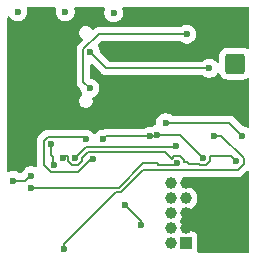
<source format=gbl>
%TF.GenerationSoftware,KiCad,Pcbnew,9.0.6*%
%TF.CreationDate,2025-12-11T17:35:40-05:00*%
%TF.ProjectId,Flex Ring,466c6578-2052-4696-9e67-2e6b69636164,rev?*%
%TF.SameCoordinates,Original*%
%TF.FileFunction,Copper,L2,Bot*%
%TF.FilePolarity,Positive*%
%FSLAX46Y46*%
G04 Gerber Fmt 4.6, Leading zero omitted, Abs format (unit mm)*
G04 Created by KiCad (PCBNEW 9.0.6) date 2025-12-11 17:35:40*
%MOMM*%
%LPD*%
G01*
G04 APERTURE LIST*
G04 Aperture macros list*
%AMRoundRect*
0 Rectangle with rounded corners*
0 $1 Rounding radius*
0 $2 $3 $4 $5 $6 $7 $8 $9 X,Y pos of 4 corners*
0 Add a 4 corners polygon primitive as box body*
4,1,4,$2,$3,$4,$5,$6,$7,$8,$9,$2,$3,0*
0 Add four circle primitives for the rounded corners*
1,1,$1+$1,$2,$3*
1,1,$1+$1,$4,$5*
1,1,$1+$1,$6,$7*
1,1,$1+$1,$8,$9*
0 Add four rect primitives between the rounded corners*
20,1,$1+$1,$2,$3,$4,$5,0*
20,1,$1+$1,$4,$5,$6,$7,0*
20,1,$1+$1,$6,$7,$8,$9,0*
20,1,$1+$1,$8,$9,$2,$3,0*%
G04 Aperture macros list end*
%TA.AperFunction,ComponentPad*%
%ADD10RoundRect,0.250000X0.600000X-0.600000X0.600000X0.600000X-0.600000X0.600000X-0.600000X-0.600000X0*%
%TD*%
%TA.AperFunction,ComponentPad*%
%ADD11C,1.700000*%
%TD*%
%TA.AperFunction,HeatsinkPad*%
%ADD12O,1.600000X1.000000*%
%TD*%
%TA.AperFunction,HeatsinkPad*%
%ADD13O,2.100000X1.000000*%
%TD*%
%TA.AperFunction,ComponentPad*%
%ADD14RoundRect,0.250000X-0.550000X-0.550000X0.550000X-0.550000X0.550000X0.550000X-0.550000X0.550000X0*%
%TD*%
%TA.AperFunction,ComponentPad*%
%ADD15R,1.000000X1.000000*%
%TD*%
%TA.AperFunction,ComponentPad*%
%ADD16C,1.000000*%
%TD*%
%TA.AperFunction,ViaPad*%
%ADD17C,0.600000*%
%TD*%
%TA.AperFunction,Conductor*%
%ADD18C,0.150000*%
%TD*%
%TA.AperFunction,Conductor*%
%ADD19C,0.200000*%
%TD*%
G04 APERTURE END LIST*
D10*
%TO.P,BT1,1,+*%
%TO.N,/VBAT*%
X191100000Y-24400000D03*
D11*
%TO.P,BT1,2,-*%
%TO.N,GND*%
X191100000Y-20700000D03*
%TD*%
D12*
%TO.P,J1,S1,SHIELD*%
%TO.N,GND*%
X174800000Y-29000000D03*
D13*
X178980000Y-29000000D03*
D12*
X174800000Y-20360000D03*
D13*
X178980000Y-20360000D03*
%TD*%
D14*
%TO.P,E2,1,1*%
%TO.N,GND*%
X190000000Y-36400000D03*
%TD*%
D15*
%TO.P,J2,1,Pin_1*%
%TO.N,/VDD*%
X186900000Y-39610000D03*
D16*
%TO.P,J2,2,Pin_2*%
%TO.N,/SWDIO*%
X185630000Y-39610000D03*
%TO.P,J2,3,Pin_3*%
%TO.N,GND*%
X186900000Y-38340000D03*
%TO.P,J2,4,Pin_4*%
%TO.N,/SWCLK*%
X185630000Y-38340000D03*
%TO.P,J2,5,Pin_5*%
%TO.N,GND*%
X186900000Y-37070000D03*
%TO.P,J2,6,Pin_6*%
%TO.N,unconnected-(J2-Pin_6-Pad6)*%
X185630000Y-37070000D03*
%TO.P,J2,7,Pin_7*%
%TO.N,unconnected-(J2-Pin_7-Pad7)*%
X186900000Y-35800000D03*
%TO.P,J2,8,Pin_8*%
%TO.N,unconnected-(J2-Pin_8-Pad8)*%
X185630000Y-35800000D03*
%TO.P,J2,9,Pin_9*%
%TO.N,GND*%
X186900000Y-34530000D03*
%TO.P,J2,10,Pin_10*%
%TO.N,unconnected-(J2-Pin_10-Pad10)*%
X185630000Y-34530000D03*
%TD*%
D17*
%TO.N,Net-(J1-CC2)*%
X178796851Y-26497192D03*
X187000000Y-21900000D03*
%TO.N,Net-(J1-CC1)*%
X178812908Y-23429981D03*
X188900000Y-24800000D03*
%TO.N,Net-(U4-DEC5)*%
X181800000Y-36400000D03*
X183100000Y-38075000D03*
%TO.N,Net-(U4-DEC1)*%
X172300000Y-34300000D03*
X173800000Y-33900000D03*
%TO.N,Net-(U4-DEC2)*%
X179018566Y-32501000D03*
X178450000Y-30800000D03*
%TO.N,Net-(U4-DEC4)*%
X175736189Y-32964907D03*
X175500000Y-31200000D03*
%TO.N,Net-(U4-P0.13)*%
X189300000Y-30500000D03*
%TO.N,Net-(U4-AIN0{slash}P0.02)*%
X191700000Y-30500000D03*
X185200000Y-29400000D03*
%TO.N,/GSR_ADC*%
X186198585Y-32802001D03*
X173800000Y-34900000D03*
%TO.N,/GSR_SENSE*%
X179900000Y-30800000D03*
X183915000Y-30549001D03*
X184500000Y-30400000D03*
X188400000Y-32400000D03*
%TO.N,Net-(U4-P0.13)*%
X176601000Y-40100000D03*
%TO.N,Net-(U4-AIN7{slash}P0.31)*%
X191200000Y-32650000D03*
X176500000Y-32400000D03*
%TO.N,Net-(U4-AIN0{slash}P0.02)*%
X186100000Y-31400000D03*
X177537500Y-32400000D03*
%TO.N,*%
X180800000Y-20100000D03*
X176700000Y-20000000D03*
X172700000Y-20000000D03*
%TD*%
D18*
%TO.N,Net-(J1-CC2)*%
X178236908Y-25937249D02*
X178236908Y-23191393D01*
X178796851Y-26497192D02*
X178236908Y-25937249D01*
X178236908Y-23191393D02*
X179528301Y-21900000D01*
X179528301Y-21900000D02*
X187000000Y-21900000D01*
%TO.N,Net-(J1-CC1)*%
X180182927Y-24800000D02*
X178812908Y-23429981D01*
X188900000Y-24800000D02*
X180182927Y-24800000D01*
D19*
%TO.N,Net-(U4-DEC5)*%
X183100000Y-37700000D02*
X181800000Y-36400000D01*
X183100000Y-38075000D02*
X183100000Y-37700000D01*
%TO.N,Net-(U4-DEC1)*%
X172300000Y-34300000D02*
X173300000Y-34300000D01*
X173300000Y-34300000D02*
X173700000Y-33900000D01*
X173700000Y-33900000D02*
X173800000Y-33900000D01*
%TO.N,Net-(U4-DEC2)*%
X178249000Y-30599000D02*
X175251057Y-30599000D01*
X175251057Y-30599000D02*
X174899000Y-30951057D01*
X178450000Y-30800000D02*
X178249000Y-30599000D01*
X174899000Y-32977661D02*
X175487246Y-33565907D01*
X179000000Y-32354543D02*
X179000000Y-32482434D01*
X174899000Y-30951057D02*
X174899000Y-32977661D01*
X175487246Y-33565907D02*
X177788636Y-33565907D01*
X177788636Y-33565907D02*
X179000000Y-32354543D01*
X179000000Y-32482434D02*
X179018566Y-32501000D01*
%TO.N,Net-(U4-AIN7{slash}P0.31)*%
X176500000Y-32400000D02*
X176700000Y-32200000D01*
X186801000Y-32553057D02*
X186801000Y-32700000D01*
X189001000Y-32648943D02*
X189001000Y-32200000D01*
X176936500Y-32648943D02*
X177288557Y-33001000D01*
X189001000Y-32200000D02*
X190700000Y-32200000D01*
X178138500Y-32648943D02*
X178138500Y-32366100D01*
X178138500Y-32366100D02*
X178603600Y-31901000D01*
X176700000Y-32200000D02*
X176936500Y-32200000D01*
X177288557Y-33001000D02*
X177786443Y-33001000D01*
X188050057Y-32900000D02*
X188151057Y-33001000D01*
X185166100Y-31901000D02*
X185708579Y-32443479D01*
X185951057Y-32201000D02*
X186448943Y-32201000D01*
X186801000Y-32700000D02*
X187000000Y-32700000D01*
X186448943Y-32201000D02*
X186801000Y-32553057D01*
X187000000Y-32700000D02*
X187200000Y-32900000D01*
X185708579Y-32443479D02*
X185951057Y-32201000D01*
X187200000Y-32900000D02*
X188050057Y-32900000D01*
X188151057Y-33001000D02*
X188648943Y-33001000D01*
X188648943Y-33001000D02*
X189001000Y-32648943D01*
X190700000Y-32200000D02*
X191200000Y-32700000D01*
X177786443Y-33001000D02*
X178138500Y-32648943D01*
X176936500Y-32200000D02*
X176936500Y-32648943D01*
X191200000Y-32700000D02*
X191200000Y-32650000D01*
%TO.N,Net-(U4-AIN0{slash}P0.02)*%
X177537500Y-32400000D02*
X178437500Y-31500000D01*
X178437500Y-31500000D02*
X186000000Y-31500000D01*
X186000000Y-31500000D02*
X186100000Y-31400000D01*
%TO.N,Net-(U4-DEC4)*%
X175700000Y-33000000D02*
X175701096Y-33000000D01*
X175500000Y-31200000D02*
X175500000Y-32100000D01*
X175500000Y-32100000D02*
X175700000Y-32300000D01*
X175700000Y-32300000D02*
X175700000Y-33000000D01*
X175701096Y-33000000D02*
X175736189Y-32964907D01*
%TO.N,Net-(U4-P0.13)*%
X176601000Y-40100000D02*
X176601000Y-39699000D01*
X183299000Y-33402000D02*
X185948641Y-33402000D01*
X191297943Y-33402000D02*
X191801000Y-32898943D01*
X185948641Y-33402000D02*
X185949642Y-33403001D01*
X191801000Y-32898943D02*
X191801000Y-32401057D01*
X185949642Y-33403001D02*
X186447528Y-33403001D01*
X180999000Y-35301000D02*
X181400000Y-35301000D01*
X186447528Y-33403001D02*
X186448529Y-33402000D01*
X181400000Y-35301000D02*
X183299000Y-33402000D01*
X176601000Y-39699000D02*
X180999000Y-35301000D01*
X191801000Y-32401057D02*
X189899943Y-30500000D01*
X186448529Y-33402000D02*
X191297943Y-33402000D01*
X189899943Y-30500000D02*
X189300000Y-30500000D01*
%TO.N,Net-(U4-AIN0{slash}P0.02)*%
X190600000Y-29400000D02*
X191700000Y-30500000D01*
X185200000Y-29400000D02*
X190600000Y-29400000D01*
%TO.N,/GSR_ADC*%
X186198585Y-32802001D02*
X186198585Y-32803415D01*
X186198585Y-32803415D02*
X186102000Y-32900000D01*
X185999000Y-33001000D02*
X184600000Y-33001000D01*
X184600000Y-33001000D02*
X184600000Y-32802000D01*
X186100000Y-32900000D02*
X185999000Y-33001000D01*
X186102000Y-32900000D02*
X186100000Y-32900000D01*
X184600000Y-32802000D02*
X183331900Y-32802000D01*
X183331900Y-32802000D02*
X181233900Y-34900000D01*
X181233900Y-34900000D02*
X173800000Y-34900000D01*
%TO.N,/GSR_SENSE*%
X183915000Y-30549001D02*
X184350999Y-30549001D01*
X184350999Y-30549001D02*
X184500000Y-30400000D01*
X180150999Y-30549001D02*
X179900000Y-30800000D01*
X183915000Y-30549001D02*
X180150999Y-30549001D01*
X184500000Y-30400000D02*
X186400000Y-30400000D01*
X186400000Y-30400000D02*
X188400000Y-32400000D01*
%TO.N,Net-(U4-AIN7{slash}P0.31)*%
X178603600Y-31901000D02*
X185166100Y-31901000D01*
%TD*%
%TA.AperFunction,Conductor*%
%TO.N,GND*%
G36*
X192218834Y-33432857D02*
G01*
X192274767Y-33474729D01*
X192299184Y-33540193D01*
X192299500Y-33549039D01*
X192299500Y-40275500D01*
X192279815Y-40342539D01*
X192227011Y-40388294D01*
X192175500Y-40399500D01*
X188004796Y-40399500D01*
X187937757Y-40379815D01*
X187892002Y-40327011D01*
X187882058Y-40257853D01*
X187888615Y-40232165D01*
X187894091Y-40217483D01*
X187895260Y-40206609D01*
X187900500Y-40157873D01*
X187900499Y-39062128D01*
X187894091Y-39002517D01*
X187883002Y-38972787D01*
X187843797Y-38867671D01*
X187843793Y-38867664D01*
X187757547Y-38752455D01*
X187757544Y-38752452D01*
X187642335Y-38666206D01*
X187642328Y-38666202D01*
X187507482Y-38615908D01*
X187507483Y-38615908D01*
X187447883Y-38609501D01*
X187447881Y-38609500D01*
X187447873Y-38609500D01*
X187447865Y-38609500D01*
X186747589Y-38609500D01*
X186680550Y-38589815D01*
X186634795Y-38537011D01*
X186624851Y-38467853D01*
X186625972Y-38461309D01*
X186630499Y-38438545D01*
X186630500Y-38438543D01*
X186630500Y-38241456D01*
X186592052Y-38048170D01*
X186592051Y-38048169D01*
X186592051Y-38048165D01*
X186570507Y-37996153D01*
X186516635Y-37866092D01*
X186516633Y-37866088D01*
X186516632Y-37866086D01*
X186455029Y-37773891D01*
X186434151Y-37707214D01*
X186452635Y-37639834D01*
X186455029Y-37636109D01*
X186467872Y-37616887D01*
X186516632Y-37543914D01*
X186592051Y-37361835D01*
X186617674Y-37233023D01*
X186630500Y-37168543D01*
X186630500Y-36971458D01*
X186624255Y-36940065D01*
X186630481Y-36870474D01*
X186673344Y-36815296D01*
X186739233Y-36792050D01*
X186770062Y-36794254D01*
X186788276Y-36797877D01*
X186801458Y-36800500D01*
X186801459Y-36800500D01*
X186998543Y-36800500D01*
X187128582Y-36774632D01*
X187191835Y-36762051D01*
X187373914Y-36686632D01*
X187537782Y-36577139D01*
X187677139Y-36437782D01*
X187786632Y-36273914D01*
X187862051Y-36091835D01*
X187900500Y-35898541D01*
X187900500Y-35701459D01*
X187900500Y-35701456D01*
X187862052Y-35508170D01*
X187862051Y-35508169D01*
X187862051Y-35508165D01*
X187821510Y-35410289D01*
X187786635Y-35326092D01*
X187786628Y-35326079D01*
X187677139Y-35162218D01*
X187677136Y-35162214D01*
X187537785Y-35022863D01*
X187537781Y-35022860D01*
X187373920Y-34913371D01*
X187373907Y-34913364D01*
X187191839Y-34837950D01*
X187191829Y-34837947D01*
X186998543Y-34799500D01*
X186998541Y-34799500D01*
X186801459Y-34799500D01*
X186770062Y-34805745D01*
X186700471Y-34799516D01*
X186645294Y-34756653D01*
X186622050Y-34690763D01*
X186624254Y-34659938D01*
X186630500Y-34628541D01*
X186630500Y-34431459D01*
X186630500Y-34431456D01*
X186592052Y-34238170D01*
X186592051Y-34238169D01*
X186592051Y-34238165D01*
X186580892Y-34211224D01*
X186565454Y-34173952D01*
X186557985Y-34104482D01*
X186589261Y-34042003D01*
X186649350Y-34006352D01*
X186680015Y-34002500D01*
X191211274Y-34002500D01*
X191211290Y-34002501D01*
X191218886Y-34002501D01*
X191376997Y-34002501D01*
X191377000Y-34002501D01*
X191529728Y-33961577D01*
X191600319Y-33920821D01*
X191666659Y-33882520D01*
X191778463Y-33770716D01*
X191778463Y-33770714D01*
X191788667Y-33760511D01*
X191788671Y-33760506D01*
X192087819Y-33461358D01*
X192149142Y-33427873D01*
X192218834Y-33432857D01*
G37*
%TD.AperFunction*%
%TA.AperFunction,Conductor*%
G36*
X175880484Y-19620185D02*
G01*
X175926239Y-19672989D01*
X175936183Y-19742147D01*
X175931159Y-19760411D01*
X175932031Y-19760676D01*
X175930261Y-19766510D01*
X175899500Y-19921153D01*
X175899500Y-20078846D01*
X175930261Y-20233489D01*
X175930264Y-20233501D01*
X175990602Y-20379172D01*
X175990609Y-20379185D01*
X176078210Y-20510288D01*
X176078213Y-20510292D01*
X176189707Y-20621786D01*
X176189711Y-20621789D01*
X176320814Y-20709390D01*
X176320827Y-20709397D01*
X176466498Y-20769735D01*
X176466503Y-20769737D01*
X176621153Y-20800499D01*
X176621156Y-20800500D01*
X176621158Y-20800500D01*
X176778844Y-20800500D01*
X176778845Y-20800499D01*
X176933497Y-20769737D01*
X177079179Y-20709394D01*
X177210289Y-20621789D01*
X177321789Y-20510289D01*
X177409394Y-20379179D01*
X177469737Y-20233497D01*
X177500500Y-20078842D01*
X177500500Y-19921158D01*
X177500500Y-19921155D01*
X177500499Y-19921153D01*
X177469738Y-19766510D01*
X177469737Y-19766503D01*
X177469732Y-19766492D01*
X177467969Y-19760676D01*
X177470720Y-19759841D01*
X177464497Y-19702641D01*
X177495691Y-19640122D01*
X177555734Y-19604392D01*
X177586555Y-19600500D01*
X179954866Y-19600500D01*
X180021905Y-19620185D01*
X180067660Y-19672989D01*
X180077604Y-19742147D01*
X180069427Y-19771953D01*
X180030263Y-19866502D01*
X180030261Y-19866510D01*
X179999500Y-20021153D01*
X179999500Y-20178846D01*
X180030261Y-20333489D01*
X180030264Y-20333501D01*
X180090602Y-20479172D01*
X180090609Y-20479185D01*
X180178210Y-20610288D01*
X180178213Y-20610292D01*
X180289707Y-20721786D01*
X180289711Y-20721789D01*
X180420814Y-20809390D01*
X180420827Y-20809397D01*
X180566498Y-20869735D01*
X180566503Y-20869737D01*
X180721153Y-20900499D01*
X180721156Y-20900500D01*
X180721158Y-20900500D01*
X180878844Y-20900500D01*
X180878845Y-20900499D01*
X181033497Y-20869737D01*
X181179179Y-20809394D01*
X181310289Y-20721789D01*
X181421789Y-20610289D01*
X181509394Y-20479179D01*
X181569737Y-20333497D01*
X181600500Y-20178842D01*
X181600500Y-20021158D01*
X181600500Y-20021155D01*
X181600499Y-20021153D01*
X181569737Y-19866503D01*
X181530572Y-19771951D01*
X181523104Y-19702483D01*
X181554379Y-19640004D01*
X181614468Y-19604352D01*
X181645134Y-19600500D01*
X192175500Y-19600500D01*
X192242539Y-19620185D01*
X192288294Y-19672989D01*
X192299500Y-19724500D01*
X192299500Y-23065818D01*
X192279815Y-23132857D01*
X192227011Y-23178612D01*
X192157853Y-23188556D01*
X192110404Y-23171357D01*
X192019340Y-23115190D01*
X192019334Y-23115186D01*
X191852797Y-23060001D01*
X191852795Y-23060000D01*
X191750010Y-23049500D01*
X190449998Y-23049500D01*
X190449981Y-23049501D01*
X190347203Y-23060000D01*
X190347200Y-23060001D01*
X190180668Y-23115185D01*
X190180663Y-23115187D01*
X190031342Y-23207289D01*
X189907289Y-23331342D01*
X189815187Y-23480663D01*
X189815186Y-23480666D01*
X189760001Y-23647203D01*
X189760001Y-23647204D01*
X189760000Y-23647204D01*
X189749500Y-23749983D01*
X189749500Y-24221731D01*
X189729815Y-24288770D01*
X189677011Y-24334525D01*
X189607853Y-24344469D01*
X189544297Y-24315444D01*
X189525707Y-24294373D01*
X189525653Y-24294419D01*
X189524390Y-24292880D01*
X189522397Y-24290621D01*
X189521787Y-24289708D01*
X189410292Y-24178213D01*
X189410288Y-24178210D01*
X189279185Y-24090609D01*
X189279172Y-24090602D01*
X189133501Y-24030264D01*
X189133489Y-24030261D01*
X188978845Y-23999500D01*
X188978842Y-23999500D01*
X188821158Y-23999500D01*
X188821155Y-23999500D01*
X188666510Y-24030261D01*
X188666498Y-24030264D01*
X188520827Y-24090602D01*
X188520814Y-24090609D01*
X188389711Y-24178210D01*
X188389707Y-24178213D01*
X188379740Y-24188181D01*
X188318417Y-24221666D01*
X188292059Y-24224500D01*
X180472669Y-24224500D01*
X180405630Y-24204815D01*
X180384988Y-24188181D01*
X179649727Y-23452920D01*
X179616242Y-23391597D01*
X179613408Y-23365239D01*
X179613408Y-23351136D01*
X179613407Y-23351134D01*
X179611660Y-23342349D01*
X179582645Y-23196484D01*
X179556290Y-23132857D01*
X179522305Y-23050808D01*
X179522298Y-23050795D01*
X179446290Y-22937041D01*
X179425412Y-22870363D01*
X179443897Y-22802983D01*
X179461707Y-22780473D01*
X179730362Y-22511819D01*
X179791685Y-22478334D01*
X179818043Y-22475500D01*
X186392059Y-22475500D01*
X186459098Y-22495185D01*
X186479740Y-22511819D01*
X186489707Y-22521786D01*
X186489711Y-22521789D01*
X186620814Y-22609390D01*
X186620827Y-22609397D01*
X186766498Y-22669735D01*
X186766503Y-22669737D01*
X186921153Y-22700499D01*
X186921156Y-22700500D01*
X186921158Y-22700500D01*
X187078844Y-22700500D01*
X187078845Y-22700499D01*
X187233497Y-22669737D01*
X187379179Y-22609394D01*
X187510289Y-22521789D01*
X187621789Y-22410289D01*
X187709394Y-22279179D01*
X187769737Y-22133497D01*
X187800500Y-21978842D01*
X187800500Y-21821158D01*
X187800500Y-21821155D01*
X187800499Y-21821153D01*
X187769738Y-21666510D01*
X187769737Y-21666503D01*
X187769735Y-21666498D01*
X187709397Y-21520827D01*
X187709390Y-21520814D01*
X187621789Y-21389711D01*
X187621786Y-21389707D01*
X187510292Y-21278213D01*
X187510288Y-21278210D01*
X187379185Y-21190609D01*
X187379172Y-21190602D01*
X187233501Y-21130264D01*
X187233489Y-21130261D01*
X187078845Y-21099500D01*
X187078842Y-21099500D01*
X186921158Y-21099500D01*
X186921155Y-21099500D01*
X186766510Y-21130261D01*
X186766498Y-21130264D01*
X186620827Y-21190602D01*
X186620814Y-21190609D01*
X186489711Y-21278210D01*
X186489707Y-21278213D01*
X186479740Y-21288181D01*
X186418417Y-21321666D01*
X186392059Y-21324500D01*
X179452534Y-21324500D01*
X179306164Y-21363719D01*
X179174936Y-21439485D01*
X179174933Y-21439487D01*
X179174934Y-21439487D01*
X179122610Y-21491810D01*
X179061287Y-21525294D01*
X178991595Y-21520309D01*
X178935662Y-21478437D01*
X178927543Y-21466129D01*
X178910515Y-21436635D01*
X178803365Y-21329485D01*
X178714560Y-21278213D01*
X178672136Y-21253719D01*
X178598950Y-21234109D01*
X178525766Y-21214500D01*
X178374234Y-21214500D01*
X178227863Y-21253719D01*
X178096635Y-21329485D01*
X178096632Y-21329487D01*
X177989487Y-21436632D01*
X177989485Y-21436635D01*
X177913719Y-21567863D01*
X177874500Y-21714234D01*
X177874500Y-21865765D01*
X177913719Y-22012136D01*
X177951602Y-22077750D01*
X177989485Y-22143365D01*
X178096635Y-22250515D01*
X178126129Y-22267543D01*
X178174344Y-22318110D01*
X178187566Y-22386718D01*
X178161598Y-22451582D01*
X178151809Y-22462611D01*
X177883543Y-22730878D01*
X177776395Y-22838025D01*
X177776393Y-22838028D01*
X177700627Y-22969256D01*
X177661408Y-23115627D01*
X177661408Y-26013014D01*
X177700627Y-26159385D01*
X177738510Y-26224999D01*
X177776393Y-26290614D01*
X177776395Y-26290616D01*
X177960032Y-26474253D01*
X177993517Y-26535576D01*
X177996351Y-26561934D01*
X177996351Y-26576038D01*
X178027112Y-26730681D01*
X178027115Y-26730693D01*
X178087453Y-26876364D01*
X178087463Y-26876382D01*
X178129012Y-26938565D01*
X178149890Y-27005242D01*
X178131405Y-27072622D01*
X178101402Y-27105826D01*
X178096638Y-27109481D01*
X177989487Y-27216632D01*
X177989485Y-27216635D01*
X177913719Y-27347863D01*
X177874500Y-27494234D01*
X177874500Y-27645765D01*
X177913719Y-27792136D01*
X177951602Y-27857750D01*
X177989485Y-27923365D01*
X178096635Y-28030515D01*
X178227865Y-28106281D01*
X178374234Y-28145500D01*
X178374236Y-28145500D01*
X178525764Y-28145500D01*
X178525766Y-28145500D01*
X178672135Y-28106281D01*
X178803365Y-28030515D01*
X178910515Y-27923365D01*
X178986281Y-27792135D01*
X179025500Y-27645766D01*
X179025500Y-27494234D01*
X178999307Y-27396479D01*
X179000970Y-27326634D01*
X179040132Y-27268771D01*
X179071624Y-27249831D01*
X179176030Y-27206586D01*
X179307140Y-27118981D01*
X179418640Y-27007481D01*
X179506245Y-26876371D01*
X179566588Y-26730689D01*
X179597351Y-26576034D01*
X179597351Y-26418350D01*
X179597351Y-26418347D01*
X179597350Y-26418345D01*
X179571943Y-26290616D01*
X179566588Y-26263695D01*
X179523382Y-26159385D01*
X179506248Y-26118019D01*
X179506241Y-26118006D01*
X179418640Y-25986903D01*
X179418637Y-25986899D01*
X179307143Y-25875405D01*
X179307139Y-25875402D01*
X179176036Y-25787801D01*
X179176023Y-25787794D01*
X179030352Y-25727456D01*
X179030342Y-25727453D01*
X178912216Y-25703956D01*
X178850305Y-25671571D01*
X178815731Y-25610855D01*
X178812408Y-25582339D01*
X178812408Y-24542723D01*
X178832093Y-24475684D01*
X178884897Y-24429929D01*
X178954055Y-24419985D01*
X179017611Y-24449010D01*
X179024089Y-24455042D01*
X179722412Y-25153365D01*
X179829562Y-25260515D01*
X179907090Y-25305276D01*
X179960792Y-25336281D01*
X180107160Y-25375500D01*
X180107161Y-25375500D01*
X188292059Y-25375500D01*
X188359098Y-25395185D01*
X188379740Y-25411819D01*
X188389707Y-25421786D01*
X188389711Y-25421789D01*
X188520814Y-25509390D01*
X188520827Y-25509397D01*
X188666498Y-25569735D01*
X188666503Y-25569737D01*
X188821153Y-25600499D01*
X188821156Y-25600500D01*
X188821158Y-25600500D01*
X188978844Y-25600500D01*
X188978845Y-25600499D01*
X189133497Y-25569737D01*
X189279179Y-25509394D01*
X189410289Y-25421789D01*
X189521789Y-25310289D01*
X189574931Y-25230756D01*
X189628541Y-25185953D01*
X189697866Y-25177245D01*
X189760894Y-25207399D01*
X189795737Y-25260642D01*
X189815186Y-25319334D01*
X189907288Y-25468656D01*
X190031344Y-25592712D01*
X190180666Y-25684814D01*
X190347203Y-25739999D01*
X190449991Y-25750500D01*
X191750008Y-25750499D01*
X191852797Y-25739999D01*
X192019334Y-25684814D01*
X192110404Y-25628641D01*
X192177796Y-25610202D01*
X192244459Y-25631125D01*
X192289229Y-25684767D01*
X192299500Y-25734181D01*
X192299500Y-29705831D01*
X192279815Y-29772870D01*
X192227011Y-29818625D01*
X192157853Y-29828569D01*
X192106610Y-29808934D01*
X192079183Y-29790608D01*
X192079172Y-29790602D01*
X191933501Y-29730264D01*
X191933491Y-29730261D01*
X191778149Y-29699361D01*
X191716238Y-29666976D01*
X191714660Y-29665425D01*
X191087590Y-29038355D01*
X191087588Y-29038352D01*
X190968717Y-28919481D01*
X190968716Y-28919480D01*
X190881904Y-28869360D01*
X190881904Y-28869359D01*
X190881900Y-28869358D01*
X190831785Y-28840423D01*
X190679057Y-28799499D01*
X190520943Y-28799499D01*
X190513347Y-28799499D01*
X190513331Y-28799500D01*
X185779766Y-28799500D01*
X185712727Y-28779815D01*
X185710875Y-28778602D01*
X185579185Y-28690609D01*
X185579172Y-28690602D01*
X185433501Y-28630264D01*
X185433489Y-28630261D01*
X185278845Y-28599500D01*
X185278842Y-28599500D01*
X185121158Y-28599500D01*
X185121155Y-28599500D01*
X184966510Y-28630261D01*
X184966498Y-28630264D01*
X184820827Y-28690602D01*
X184820814Y-28690609D01*
X184689711Y-28778210D01*
X184689707Y-28778213D01*
X184578213Y-28889707D01*
X184578210Y-28889711D01*
X184490609Y-29020814D01*
X184490602Y-29020827D01*
X184430264Y-29166498D01*
X184430261Y-29166510D01*
X184399500Y-29321153D01*
X184399500Y-29478844D01*
X184400097Y-29484907D01*
X184398538Y-29485060D01*
X184392990Y-29547031D01*
X184350124Y-29602206D01*
X184301796Y-29623242D01*
X184266505Y-29630262D01*
X184266498Y-29630264D01*
X184120828Y-29690602D01*
X184120817Y-29690608D01*
X184065449Y-29727604D01*
X183998771Y-29748481D01*
X183996559Y-29748501D01*
X183836155Y-29748501D01*
X183681510Y-29779262D01*
X183681498Y-29779265D01*
X183535827Y-29839603D01*
X183535814Y-29839610D01*
X183404125Y-29927603D01*
X183337447Y-29948481D01*
X183335234Y-29948501D01*
X180071941Y-29948501D01*
X179919214Y-29989424D01*
X179917672Y-29990063D01*
X179914406Y-29990712D01*
X179911363Y-29991528D01*
X179911309Y-29991328D01*
X179870223Y-29999500D01*
X179821155Y-29999500D01*
X179666510Y-30030261D01*
X179666498Y-30030264D01*
X179520827Y-30090602D01*
X179520814Y-30090609D01*
X179389711Y-30178210D01*
X179389707Y-30178213D01*
X179278213Y-30289707D01*
X179278208Y-30289713D01*
X179278098Y-30289879D01*
X179278017Y-30289945D01*
X179274347Y-30294419D01*
X179273498Y-30293722D01*
X179224484Y-30334681D01*
X179155158Y-30343384D01*
X179092132Y-30313226D01*
X179075759Y-30294331D01*
X179075653Y-30294419D01*
X179072378Y-30290428D01*
X179071902Y-30289879D01*
X179071791Y-30289713D01*
X179071786Y-30289707D01*
X178960292Y-30178213D01*
X178960288Y-30178210D01*
X178829185Y-30090609D01*
X178829172Y-30090602D01*
X178683501Y-30030264D01*
X178683489Y-30030261D01*
X178528845Y-29999500D01*
X178528842Y-29999500D01*
X178371158Y-29999500D01*
X178371156Y-29999500D01*
X178365094Y-30000097D01*
X178365031Y-29999459D01*
X178351274Y-30000727D01*
X178335688Y-30000543D01*
X178328057Y-29998499D01*
X178169943Y-29998499D01*
X178169939Y-29998500D01*
X175337727Y-29998500D01*
X175337711Y-29998499D01*
X175330115Y-29998499D01*
X175172000Y-29998499D01*
X175031793Y-30036067D01*
X175019268Y-30039424D01*
X174882344Y-30118477D01*
X174882339Y-30118481D01*
X174523217Y-30477603D01*
X174523214Y-30477605D01*
X174523215Y-30477606D01*
X174418478Y-30582343D01*
X174418475Y-30582347D01*
X174384947Y-30640421D01*
X174384947Y-30640423D01*
X174339423Y-30719271D01*
X174335611Y-30733497D01*
X174298499Y-30872000D01*
X174298499Y-30872002D01*
X174298499Y-31040103D01*
X174298500Y-31040116D01*
X174298500Y-32898600D01*
X174298499Y-32898604D01*
X174298499Y-33011288D01*
X174298499Y-33054451D01*
X174278814Y-33121490D01*
X174226010Y-33167245D01*
X174165545Y-33175938D01*
X174156852Y-33177188D01*
X174156851Y-33177187D01*
X174156851Y-33177188D01*
X174156849Y-33177187D01*
X174127048Y-33169012D01*
X174065476Y-33143509D01*
X174033497Y-33130263D01*
X174033493Y-33130262D01*
X174033489Y-33130261D01*
X173878845Y-33099500D01*
X173878842Y-33099500D01*
X173721158Y-33099500D01*
X173721155Y-33099500D01*
X173566510Y-33130261D01*
X173566498Y-33130264D01*
X173420827Y-33190602D01*
X173420814Y-33190609D01*
X173289711Y-33278210D01*
X173289707Y-33278213D01*
X173178213Y-33389707D01*
X173178210Y-33389711D01*
X173090609Y-33520814D01*
X173090602Y-33520827D01*
X173048302Y-33622952D01*
X173035759Y-33638517D01*
X173027454Y-33656703D01*
X173014284Y-33665166D01*
X173004462Y-33677356D01*
X172985493Y-33683669D01*
X172968676Y-33694477D01*
X172941115Y-33698439D01*
X172938167Y-33699421D01*
X172933741Y-33699500D01*
X172879766Y-33699500D01*
X172812727Y-33679815D01*
X172810875Y-33678602D01*
X172679185Y-33590609D01*
X172679172Y-33590602D01*
X172533501Y-33530264D01*
X172533489Y-33530261D01*
X172378845Y-33499500D01*
X172378842Y-33499500D01*
X172221158Y-33499500D01*
X172221155Y-33499500D01*
X172066510Y-33530261D01*
X172066507Y-33530261D01*
X171971952Y-33569427D01*
X171902482Y-33576895D01*
X171840003Y-33545619D01*
X171804351Y-33485530D01*
X171800500Y-33454865D01*
X171800500Y-20503439D01*
X171820185Y-20436400D01*
X171872989Y-20390645D01*
X171942147Y-20380701D01*
X172005703Y-20409726D01*
X172027602Y-20434548D01*
X172078210Y-20510288D01*
X172078213Y-20510292D01*
X172189707Y-20621786D01*
X172189711Y-20621789D01*
X172320814Y-20709390D01*
X172320827Y-20709397D01*
X172466498Y-20769735D01*
X172466503Y-20769737D01*
X172621153Y-20800499D01*
X172621156Y-20800500D01*
X172621158Y-20800500D01*
X172778844Y-20800500D01*
X172778845Y-20800499D01*
X172933497Y-20769737D01*
X173079179Y-20709394D01*
X173210289Y-20621789D01*
X173321789Y-20510289D01*
X173409394Y-20379179D01*
X173469737Y-20233497D01*
X173500500Y-20078842D01*
X173500500Y-19921158D01*
X173500500Y-19921155D01*
X173500499Y-19921153D01*
X173469738Y-19766510D01*
X173469737Y-19766503D01*
X173469732Y-19766492D01*
X173467969Y-19760676D01*
X173470720Y-19759841D01*
X173464497Y-19702641D01*
X173495691Y-19640122D01*
X173555734Y-19604392D01*
X173586555Y-19600500D01*
X175813445Y-19600500D01*
X175880484Y-19620185D01*
G37*
%TD.AperFunction*%
%TD*%
M02*

</source>
